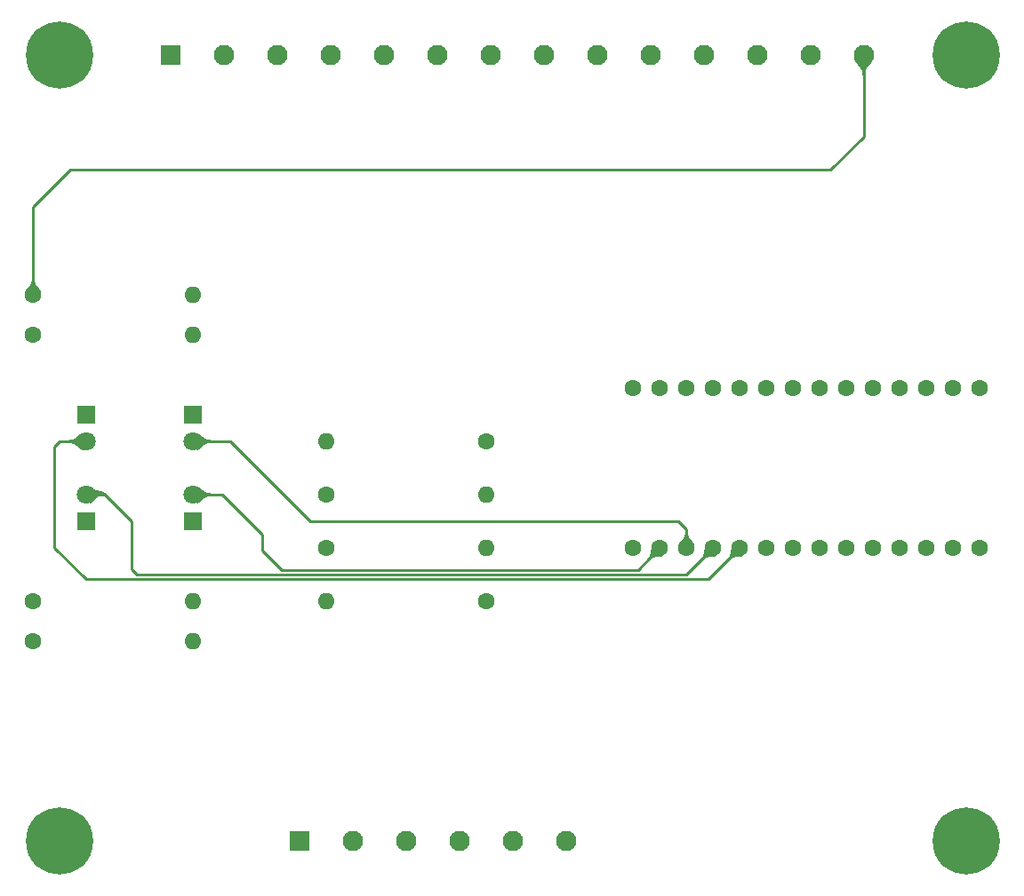
<source format=gbl>
G04 #@! TF.GenerationSoftware,KiCad,Pcbnew,(6.0.7)*
G04 #@! TF.CreationDate,2023-02-16T08:52:03+02:00*
G04 #@! TF.ProjectId,teensy_motor_controller,7465656e-7379-45f6-9d6f-746f725f636f,rev?*
G04 #@! TF.SameCoordinates,Original*
G04 #@! TF.FileFunction,Copper,L2,Bot*
G04 #@! TF.FilePolarity,Positive*
%FSLAX46Y46*%
G04 Gerber Fmt 4.6, Leading zero omitted, Abs format (unit mm)*
G04 Created by KiCad (PCBNEW (6.0.7)) date 2023-02-16 08:52:03*
%MOMM*%
%LPD*%
G01*
G04 APERTURE LIST*
G04 #@! TA.AperFunction,ComponentPad*
%ADD10C,1.600000*%
G04 #@! TD*
G04 #@! TA.AperFunction,ComponentPad*
%ADD11O,1.600000X1.600000*%
G04 #@! TD*
G04 #@! TA.AperFunction,ComponentPad*
%ADD12R,1.950000X1.950000*%
G04 #@! TD*
G04 #@! TA.AperFunction,ComponentPad*
%ADD13C,1.950000*%
G04 #@! TD*
G04 #@! TA.AperFunction,ComponentPad*
%ADD14R,1.800000X1.800000*%
G04 #@! TD*
G04 #@! TA.AperFunction,ComponentPad*
%ADD15C,1.800000*%
G04 #@! TD*
G04 #@! TA.AperFunction,ComponentPad*
%ADD16C,6.400000*%
G04 #@! TD*
G04 #@! TA.AperFunction,Conductor*
%ADD17C,0.250000*%
G04 #@! TD*
G04 APERTURE END LIST*
D10*
X144780000Y-109220000D03*
D11*
X129540000Y-109220000D03*
D10*
X101600000Y-113030000D03*
D11*
X116840000Y-113030000D03*
D10*
X101600000Y-83820000D03*
D11*
X116840000Y-83820000D03*
D10*
X144780000Y-93980000D03*
D11*
X129540000Y-93980000D03*
D12*
X127000000Y-132080000D03*
D13*
X132080000Y-132080000D03*
X137160000Y-132080000D03*
X142240000Y-132080000D03*
X147320000Y-132080000D03*
X152400000Y-132080000D03*
D10*
X101600000Y-109220000D03*
D11*
X116840000Y-109220000D03*
D14*
X106680000Y-101600000D03*
D15*
X106680000Y-99060000D03*
D10*
X101600000Y-80010000D03*
D11*
X116840000Y-80010000D03*
D14*
X106680000Y-91440000D03*
D15*
X106680000Y-93980000D03*
D12*
X114655000Y-57150000D03*
D13*
X119735000Y-57150000D03*
X124815000Y-57150000D03*
X129895000Y-57150000D03*
X134975000Y-57150000D03*
X140055000Y-57150000D03*
X145135000Y-57150000D03*
X150215000Y-57150000D03*
X155295000Y-57150000D03*
X160375000Y-57150000D03*
X165455000Y-57150000D03*
X170535000Y-57150000D03*
X175615000Y-57150000D03*
X180695000Y-57150000D03*
D10*
X129540000Y-104140000D03*
D11*
X144780000Y-104140000D03*
D16*
X190500000Y-132080000D03*
D14*
X116840000Y-91440000D03*
D15*
X116840000Y-93980000D03*
D14*
X116840000Y-101600000D03*
D15*
X116840000Y-99060000D03*
D10*
X189230000Y-88900000D03*
X186690000Y-88900000D03*
X184150000Y-88900000D03*
X181610000Y-88900000D03*
X186690000Y-104140000D03*
X179070000Y-88900000D03*
X176530000Y-88900000D03*
X173990000Y-88900000D03*
X171450000Y-88900000D03*
X168910000Y-88900000D03*
X166370000Y-88900000D03*
X163830000Y-88900000D03*
X161290000Y-88900000D03*
X158750000Y-88900000D03*
X158750000Y-104140000D03*
X161290000Y-104140000D03*
X163830000Y-104140000D03*
X166370000Y-104140000D03*
X168910000Y-104140000D03*
X171450000Y-104140000D03*
X173990000Y-104140000D03*
X176530000Y-104140000D03*
X179070000Y-104140000D03*
X181610000Y-104140000D03*
X184150000Y-104140000D03*
X191770000Y-88900000D03*
X189230000Y-104140000D03*
X191770000Y-104140000D03*
D16*
X104140000Y-132089057D03*
D10*
X129540000Y-99060000D03*
D11*
X144780000Y-99060000D03*
D16*
X190500000Y-57150000D03*
X104140000Y-57150000D03*
D17*
X159200000Y-106230000D02*
X161290000Y-104140000D01*
X119634000Y-99060000D02*
X123444000Y-102870000D01*
X125280000Y-106230000D02*
X159200000Y-106230000D01*
X123444000Y-102870000D02*
X123444000Y-104394000D01*
X116840000Y-99060000D02*
X119634000Y-99060000D01*
X123444000Y-104394000D02*
X125280000Y-106230000D01*
X163830000Y-102362000D02*
X163068000Y-101600000D01*
X120396000Y-93980000D02*
X116840000Y-93980000D01*
X163068000Y-101600000D02*
X128016000Y-101600000D01*
X163830000Y-104140000D02*
X163830000Y-102362000D01*
X128016000Y-101600000D02*
X120396000Y-93980000D01*
X106680000Y-99060000D02*
X108458000Y-99060000D01*
X111506000Y-106680000D02*
X163830000Y-106680000D01*
X110998000Y-101600000D02*
X110998000Y-106172000D01*
X163830000Y-106680000D02*
X166370000Y-104140000D01*
X110998000Y-106172000D02*
X111506000Y-106680000D01*
X108458000Y-99060000D02*
X110998000Y-101600000D01*
X168910000Y-104140000D02*
X165920000Y-107130000D01*
X103632000Y-104140000D02*
X103632000Y-94488000D01*
X106622000Y-107130000D02*
X103632000Y-104140000D01*
X104140000Y-93980000D02*
X106680000Y-93980000D01*
X103632000Y-94488000D02*
X104140000Y-93980000D01*
X165920000Y-107130000D02*
X106622000Y-107130000D01*
X101600000Y-80010000D02*
X101600000Y-71628000D01*
X105156000Y-68072000D02*
X177546000Y-68072000D01*
X101600000Y-71628000D02*
X105156000Y-68072000D01*
X177546000Y-68072000D02*
X180695000Y-64923000D01*
X180695000Y-64923000D02*
X180695000Y-57150000D01*
G04 #@! TA.AperFunction,Conductor*
G36*
X180703433Y-56671269D02*
G01*
X181566546Y-57568801D01*
X181569811Y-57577140D01*
X181568377Y-57582527D01*
X181472176Y-57758357D01*
X181471593Y-57759311D01*
X181368822Y-57910762D01*
X181368311Y-57911459D01*
X181265770Y-58040850D01*
X181265507Y-58041170D01*
X181166248Y-58157696D01*
X181073531Y-58270364D01*
X180990632Y-58388202D01*
X180920689Y-58520398D01*
X180866844Y-58676138D01*
X180832234Y-58864609D01*
X180832214Y-58864986D01*
X180820588Y-59083920D01*
X180816727Y-59092000D01*
X180808904Y-59095000D01*
X180581096Y-59095000D01*
X180572823Y-59091573D01*
X180569412Y-59083920D01*
X180557785Y-58864986D01*
X180557765Y-58864609D01*
X180523155Y-58676138D01*
X180469310Y-58520398D01*
X180399367Y-58388202D01*
X180316468Y-58270364D01*
X180223751Y-58157696D01*
X180124492Y-58041170D01*
X180124229Y-58040850D01*
X180021688Y-57911459D01*
X180021177Y-57910762D01*
X179918406Y-57759311D01*
X179917823Y-57758357D01*
X179821623Y-57582527D01*
X179820658Y-57573624D01*
X179823454Y-57568801D01*
X180686567Y-56671269D01*
X180694771Y-56667681D01*
X180703433Y-56671269D01*
G37*
G04 #@! TD.AperFunction*
G04 #@! TA.AperFunction,Conductor*
G36*
X169189016Y-103860661D02*
G01*
X169192604Y-103869323D01*
X169172707Y-104887130D01*
X169169119Y-104895334D01*
X169164326Y-104898121D01*
X169010564Y-104943581D01*
X169009545Y-104943833D01*
X168889380Y-104967902D01*
X168864542Y-104972877D01*
X168863759Y-104973005D01*
X168731477Y-104990205D01*
X168731164Y-104990241D01*
X168608072Y-105002404D01*
X168490908Y-105016349D01*
X168376337Y-105038922D01*
X168260864Y-105076982D01*
X168140994Y-105137390D01*
X168013234Y-105227004D01*
X167936847Y-105296001D01*
X167882341Y-105345233D01*
X167873905Y-105348236D01*
X167866226Y-105344824D01*
X167705176Y-105183774D01*
X167701749Y-105175501D01*
X167704766Y-105167660D01*
X167822995Y-105036765D01*
X167855656Y-104990202D01*
X167912369Y-104909347D01*
X167912609Y-104909005D01*
X167973017Y-104789135D01*
X168011077Y-104673662D01*
X168033650Y-104559091D01*
X168047595Y-104441927D01*
X168059758Y-104318835D01*
X168059797Y-104318496D01*
X168076993Y-104186243D01*
X168077123Y-104185454D01*
X168106166Y-104040454D01*
X168106418Y-104039435D01*
X168151879Y-103885674D01*
X168157511Y-103878712D01*
X168162870Y-103877293D01*
X169180677Y-103857396D01*
X169189016Y-103860661D01*
G37*
G04 #@! TD.AperFunction*
G04 #@! TA.AperFunction,Conductor*
G36*
X106293884Y-93175947D02*
G01*
X107121231Y-93971567D01*
X107124819Y-93979771D01*
X107121231Y-93988433D01*
X106293885Y-94784053D01*
X106285547Y-94787317D01*
X106280169Y-94785888D01*
X106119619Y-94698222D01*
X106118682Y-94697652D01*
X105979668Y-94603855D01*
X105978986Y-94603358D01*
X105923964Y-94560148D01*
X105860006Y-94509919D01*
X105859738Y-94509701D01*
X105752399Y-94419348D01*
X105648704Y-94335194D01*
X105648696Y-94335188D01*
X105648537Y-94335059D01*
X105539901Y-94259765D01*
X105476848Y-94226903D01*
X105418510Y-94196498D01*
X105418504Y-94196496D01*
X105418108Y-94196289D01*
X105417685Y-94196145D01*
X105417683Y-94196144D01*
X105275195Y-94147596D01*
X105275194Y-94147596D01*
X105274781Y-94147455D01*
X105274356Y-94147378D01*
X105274352Y-94147377D01*
X105203052Y-94134466D01*
X105101538Y-94116084D01*
X104901088Y-94105581D01*
X104893005Y-94101726D01*
X104890000Y-94093897D01*
X104890000Y-93866103D01*
X104893427Y-93857830D01*
X104901088Y-93854419D01*
X104916582Y-93853607D01*
X105101538Y-93843915D01*
X105203052Y-93825533D01*
X105274352Y-93812622D01*
X105274356Y-93812621D01*
X105274781Y-93812544D01*
X105275195Y-93812403D01*
X105417683Y-93763855D01*
X105417685Y-93763854D01*
X105418108Y-93763710D01*
X105418504Y-93763503D01*
X105418510Y-93763501D01*
X105476848Y-93733096D01*
X105539901Y-93700234D01*
X105648537Y-93624940D01*
X105648696Y-93624811D01*
X105648704Y-93624805D01*
X105752399Y-93540651D01*
X105859738Y-93450298D01*
X105860006Y-93450080D01*
X105923964Y-93399851D01*
X105978986Y-93356641D01*
X105979668Y-93356144D01*
X106118682Y-93262347D01*
X106119619Y-93261777D01*
X106280169Y-93174112D01*
X106289072Y-93173155D01*
X106293884Y-93175947D01*
G37*
G04 #@! TD.AperFunction*
G04 #@! TA.AperFunction,Conductor*
G36*
X101722153Y-78423427D02*
G01*
X101725564Y-78431105D01*
X101734519Y-78607261D01*
X101761492Y-78760968D01*
X101803538Y-78888444D01*
X101803727Y-78888819D01*
X101803730Y-78888826D01*
X101837723Y-78956242D01*
X101858278Y-78997008D01*
X101895814Y-79052963D01*
X101923203Y-79093794D01*
X101923210Y-79093803D01*
X101923331Y-79093984D01*
X101996317Y-79186693D01*
X101996349Y-79186732D01*
X102074757Y-79282334D01*
X102074981Y-79282617D01*
X102156326Y-79388277D01*
X102156792Y-79388927D01*
X102238789Y-79511998D01*
X102239331Y-79512897D01*
X102315909Y-79653764D01*
X102316850Y-79662669D01*
X102314063Y-79667462D01*
X101608433Y-80401231D01*
X101600229Y-80404819D01*
X101591567Y-80401231D01*
X100885937Y-79667462D01*
X100882672Y-79659123D01*
X100884091Y-79653764D01*
X100960669Y-79512896D01*
X100961211Y-79511997D01*
X101043207Y-79388927D01*
X101043673Y-79388277D01*
X101125018Y-79282617D01*
X101125242Y-79282334D01*
X101203650Y-79186732D01*
X101203682Y-79186693D01*
X101276668Y-79093984D01*
X101276789Y-79093803D01*
X101276796Y-79093794D01*
X101304185Y-79052963D01*
X101341721Y-78997008D01*
X101362276Y-78956242D01*
X101396269Y-78888826D01*
X101396272Y-78888819D01*
X101396461Y-78888444D01*
X101438507Y-78760968D01*
X101465480Y-78607261D01*
X101474435Y-78431105D01*
X101478278Y-78423017D01*
X101486120Y-78420000D01*
X101713880Y-78420000D01*
X101722153Y-78423427D01*
G37*
G04 #@! TD.AperFunction*
G04 #@! TA.AperFunction,Conductor*
G36*
X161569016Y-103860661D02*
G01*
X161572604Y-103869323D01*
X161552707Y-104887130D01*
X161549119Y-104895334D01*
X161544326Y-104898121D01*
X161390564Y-104943581D01*
X161389545Y-104943833D01*
X161269380Y-104967902D01*
X161244542Y-104972877D01*
X161243759Y-104973005D01*
X161111477Y-104990205D01*
X161111164Y-104990241D01*
X160988072Y-105002404D01*
X160870908Y-105016349D01*
X160756337Y-105038922D01*
X160640864Y-105076982D01*
X160520994Y-105137390D01*
X160393234Y-105227004D01*
X160316847Y-105296001D01*
X160262341Y-105345233D01*
X160253905Y-105348236D01*
X160246226Y-105344824D01*
X160085176Y-105183774D01*
X160081749Y-105175501D01*
X160084766Y-105167660D01*
X160202995Y-105036765D01*
X160235656Y-104990202D01*
X160292369Y-104909347D01*
X160292609Y-104909005D01*
X160353017Y-104789135D01*
X160391077Y-104673662D01*
X160413650Y-104559091D01*
X160427595Y-104441927D01*
X160439758Y-104318835D01*
X160439797Y-104318496D01*
X160456993Y-104186243D01*
X160457123Y-104185454D01*
X160486166Y-104040454D01*
X160486418Y-104039435D01*
X160531879Y-103885674D01*
X160537511Y-103878712D01*
X160542870Y-103877293D01*
X161560677Y-103857396D01*
X161569016Y-103860661D01*
G37*
G04 #@! TD.AperFunction*
G04 #@! TA.AperFunction,Conductor*
G36*
X117239831Y-93174112D02*
G01*
X117400380Y-93261777D01*
X117401317Y-93262347D01*
X117540331Y-93356144D01*
X117541013Y-93356641D01*
X117596035Y-93399851D01*
X117659993Y-93450080D01*
X117660261Y-93450298D01*
X117767600Y-93540651D01*
X117871295Y-93624805D01*
X117871303Y-93624811D01*
X117871462Y-93624940D01*
X117980098Y-93700234D01*
X118043151Y-93733096D01*
X118101489Y-93763501D01*
X118101495Y-93763503D01*
X118101891Y-93763710D01*
X118102314Y-93763854D01*
X118102316Y-93763855D01*
X118244804Y-93812403D01*
X118245218Y-93812544D01*
X118245643Y-93812621D01*
X118245647Y-93812622D01*
X118316947Y-93825533D01*
X118418461Y-93843915D01*
X118604626Y-93853670D01*
X118618912Y-93854419D01*
X118626995Y-93858274D01*
X118630000Y-93866103D01*
X118630000Y-94093897D01*
X118626573Y-94102170D01*
X118618912Y-94105581D01*
X118418461Y-94116084D01*
X118316947Y-94134466D01*
X118245647Y-94147377D01*
X118245643Y-94147378D01*
X118245218Y-94147455D01*
X118244805Y-94147596D01*
X118244804Y-94147596D01*
X118102316Y-94196144D01*
X118102314Y-94196145D01*
X118101891Y-94196289D01*
X118101495Y-94196496D01*
X118101489Y-94196498D01*
X118043151Y-94226903D01*
X117980098Y-94259765D01*
X117871462Y-94335059D01*
X117871303Y-94335188D01*
X117871295Y-94335194D01*
X117767600Y-94419348D01*
X117660261Y-94509701D01*
X117659993Y-94509919D01*
X117596035Y-94560148D01*
X117541013Y-94603358D01*
X117540331Y-94603855D01*
X117401317Y-94697652D01*
X117400380Y-94698222D01*
X117239831Y-94785888D01*
X117230928Y-94786845D01*
X117226116Y-94784053D01*
X116398769Y-93988433D01*
X116395181Y-93980229D01*
X116398769Y-93971567D01*
X117226115Y-93175947D01*
X117234453Y-93172683D01*
X117239831Y-93174112D01*
G37*
G04 #@! TD.AperFunction*
G04 #@! TA.AperFunction,Conductor*
G36*
X117239831Y-98254112D02*
G01*
X117400380Y-98341777D01*
X117401317Y-98342347D01*
X117540331Y-98436144D01*
X117541013Y-98436641D01*
X117596035Y-98479851D01*
X117659993Y-98530080D01*
X117660261Y-98530298D01*
X117767600Y-98620651D01*
X117871295Y-98704805D01*
X117871303Y-98704811D01*
X117871462Y-98704940D01*
X117980098Y-98780234D01*
X118043151Y-98813096D01*
X118101489Y-98843501D01*
X118101495Y-98843503D01*
X118101891Y-98843710D01*
X118102314Y-98843854D01*
X118102316Y-98843855D01*
X118244804Y-98892403D01*
X118245218Y-98892544D01*
X118245643Y-98892621D01*
X118245647Y-98892622D01*
X118316947Y-98905533D01*
X118418461Y-98923915D01*
X118604626Y-98933670D01*
X118618912Y-98934419D01*
X118626995Y-98938274D01*
X118630000Y-98946103D01*
X118630000Y-99173897D01*
X118626573Y-99182170D01*
X118618912Y-99185581D01*
X118418461Y-99196084D01*
X118316947Y-99214466D01*
X118245647Y-99227377D01*
X118245643Y-99227378D01*
X118245218Y-99227455D01*
X118244805Y-99227596D01*
X118244804Y-99227596D01*
X118102316Y-99276144D01*
X118102314Y-99276145D01*
X118101891Y-99276289D01*
X118101495Y-99276496D01*
X118101489Y-99276498D01*
X118043151Y-99306903D01*
X117980098Y-99339765D01*
X117871462Y-99415059D01*
X117871303Y-99415188D01*
X117871295Y-99415194D01*
X117767600Y-99499348D01*
X117660261Y-99589701D01*
X117659993Y-99589919D01*
X117596035Y-99640148D01*
X117541013Y-99683358D01*
X117540331Y-99683855D01*
X117401317Y-99777652D01*
X117400380Y-99778222D01*
X117239831Y-99865888D01*
X117230928Y-99866845D01*
X117226116Y-99864053D01*
X116398769Y-99068433D01*
X116395181Y-99060229D01*
X116398769Y-99051567D01*
X117226115Y-98255947D01*
X117234453Y-98252683D01*
X117239831Y-98254112D01*
G37*
G04 #@! TD.AperFunction*
G04 #@! TA.AperFunction,Conductor*
G36*
X166649016Y-103860661D02*
G01*
X166652604Y-103869323D01*
X166632707Y-104887130D01*
X166629119Y-104895334D01*
X166624326Y-104898121D01*
X166470564Y-104943581D01*
X166469545Y-104943833D01*
X166349380Y-104967902D01*
X166324542Y-104972877D01*
X166323759Y-104973005D01*
X166191477Y-104990205D01*
X166191164Y-104990241D01*
X166068072Y-105002404D01*
X165950908Y-105016349D01*
X165836337Y-105038922D01*
X165720864Y-105076982D01*
X165600994Y-105137390D01*
X165473234Y-105227004D01*
X165396847Y-105296001D01*
X165342341Y-105345233D01*
X165333905Y-105348236D01*
X165326226Y-105344824D01*
X165165176Y-105183774D01*
X165161749Y-105175501D01*
X165164766Y-105167660D01*
X165282995Y-105036765D01*
X165315656Y-104990202D01*
X165372369Y-104909347D01*
X165372609Y-104909005D01*
X165433017Y-104789135D01*
X165471077Y-104673662D01*
X165493650Y-104559091D01*
X165507595Y-104441927D01*
X165519758Y-104318835D01*
X165519797Y-104318496D01*
X165536993Y-104186243D01*
X165537123Y-104185454D01*
X165566166Y-104040454D01*
X165566418Y-104039435D01*
X165611879Y-103885674D01*
X165617511Y-103878712D01*
X165622870Y-103877293D01*
X166640677Y-103857396D01*
X166649016Y-103860661D01*
G37*
G04 #@! TD.AperFunction*
G04 #@! TA.AperFunction,Conductor*
G36*
X107322722Y-98428968D02*
G01*
X107442034Y-98530147D01*
X107563582Y-98599864D01*
X107564063Y-98600036D01*
X107682114Y-98642251D01*
X107682118Y-98642252D01*
X107682484Y-98642383D01*
X107682864Y-98642463D01*
X107682869Y-98642465D01*
X107800011Y-98667296D01*
X107800018Y-98667297D01*
X107800182Y-98667332D01*
X107800361Y-98667358D01*
X107800362Y-98667358D01*
X107918016Y-98684322D01*
X107918152Y-98684342D01*
X108037260Y-98702951D01*
X108038221Y-98703143D01*
X108159704Y-98732833D01*
X108161253Y-98733330D01*
X108206012Y-98751237D01*
X108286898Y-98783599D01*
X108288654Y-98784479D01*
X108420329Y-98864968D01*
X108421878Y-98866099D01*
X108552425Y-98978941D01*
X108556443Y-98986944D01*
X108553047Y-98996066D01*
X108392482Y-99156631D01*
X108384209Y-99160058D01*
X108377014Y-99157584D01*
X108237197Y-99048553D01*
X108237198Y-99048553D01*
X108236347Y-99047890D01*
X108166844Y-99026772D01*
X108104504Y-99007830D01*
X108104503Y-99007830D01*
X108103167Y-99007424D01*
X108054124Y-99016406D01*
X107982321Y-99029555D01*
X107982320Y-99029556D01*
X107981225Y-99029756D01*
X107980281Y-99030349D01*
X107980279Y-99030350D01*
X107866637Y-99101766D01*
X107866633Y-99101769D01*
X107866116Y-99102094D01*
X107753436Y-99211649D01*
X107753265Y-99211849D01*
X107638797Y-99345607D01*
X107638779Y-99345629D01*
X107638743Y-99345672D01*
X107638733Y-99345684D01*
X107517910Y-99491043D01*
X107517555Y-99491450D01*
X107386338Y-99635247D01*
X107385463Y-99636111D01*
X107239644Y-99765566D01*
X107238064Y-99766745D01*
X107080030Y-99865185D01*
X107071197Y-99866650D01*
X107065735Y-99863687D01*
X106241142Y-99070715D01*
X106237554Y-99062511D01*
X106240819Y-99054172D01*
X106243338Y-99052187D01*
X107309240Y-98427796D01*
X107318111Y-98426571D01*
X107322722Y-98428968D01*
G37*
G04 #@! TD.AperFunction*
G04 #@! TA.AperFunction,Conductor*
G36*
X163952153Y-102553427D02*
G01*
X163955564Y-102561105D01*
X163964519Y-102737261D01*
X163991492Y-102890968D01*
X164033538Y-103018444D01*
X164033727Y-103018819D01*
X164033730Y-103018826D01*
X164067723Y-103086242D01*
X164088278Y-103127008D01*
X164125814Y-103182963D01*
X164153203Y-103223794D01*
X164153210Y-103223803D01*
X164153331Y-103223984D01*
X164226317Y-103316693D01*
X164226349Y-103316732D01*
X164304757Y-103412334D01*
X164304981Y-103412617D01*
X164386326Y-103518277D01*
X164386792Y-103518927D01*
X164468789Y-103641998D01*
X164469331Y-103642897D01*
X164545909Y-103783764D01*
X164546850Y-103792669D01*
X164544063Y-103797462D01*
X163838433Y-104531231D01*
X163830229Y-104534819D01*
X163821567Y-104531231D01*
X163115937Y-103797462D01*
X163112672Y-103789123D01*
X163114091Y-103783764D01*
X163190669Y-103642896D01*
X163191211Y-103641997D01*
X163273207Y-103518927D01*
X163273673Y-103518277D01*
X163355018Y-103412617D01*
X163355242Y-103412334D01*
X163433650Y-103316732D01*
X163433682Y-103316693D01*
X163506668Y-103223984D01*
X163506789Y-103223803D01*
X163506796Y-103223794D01*
X163534185Y-103182963D01*
X163571721Y-103127008D01*
X163592276Y-103086242D01*
X163626269Y-103018826D01*
X163626272Y-103018819D01*
X163626461Y-103018444D01*
X163668507Y-102890968D01*
X163695480Y-102737261D01*
X163704435Y-102561105D01*
X163708278Y-102553017D01*
X163716120Y-102550000D01*
X163943880Y-102550000D01*
X163952153Y-102553427D01*
G37*
G04 #@! TD.AperFunction*
M02*

</source>
